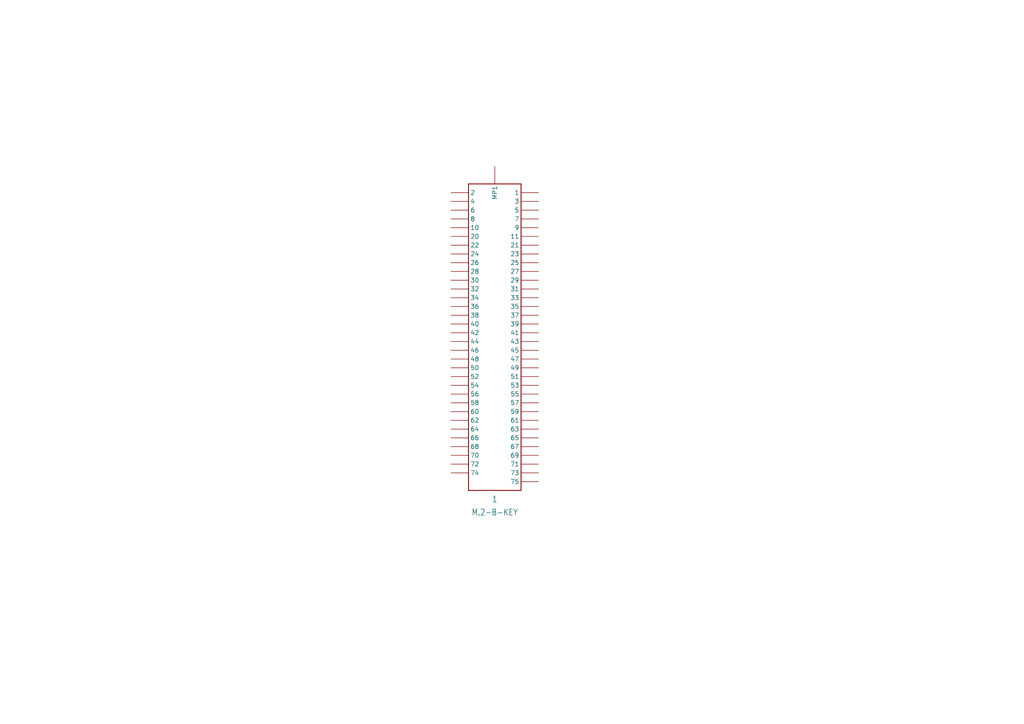
<source format=kicad_sch>
(kicad_sch (version 20250114) (generator "eeschema") (generator_version "9.0")
  (paper "A4")
  (lib_symbols
    (symbol "M.2-Templates-eagle-import:M.2-B-KEY"
      (property "Value" "M.2-B-KEY" (at 8.89 -2.54 0))
      (symbol "M.2-B-KEY_1_0"
        (polyline (pts (xy 0 0) (xy 0 88.9)) (stroke (width 0.254)))
        (polyline (pts (xy 0 0) (xy 15.24 0)) (stroke (width 0.254)))
        (polyline (pts (xy 15.24 88.9) (xy 0 88.9)) (stroke (width 0.254)))
        (polyline (pts (xy 15.24 88.9) (xy 15.24 0)) (stroke (width 0.254)))
        (pin bidirectional line (at -5.08 86.36 0) (length 5.08) (name "2") (number "P$2"))
        (pin bidirectional line (at -5.08 83.82 0) (length 5.08) (name "4") (number "P$4"))
        (pin bidirectional line (at -5.08 81.28 0) (length 5.08) (name "6") (number "P$6"))
        (pin bidirectional line (at -5.08 78.74 0) (length 5.08) (name "8") (number "P$8"))
        (pin bidirectional line (at -5.08 76.2 0) (length 5.08) (name "10") (number "P$10"))
        (pin bidirectional line (at -5.08 73.66 0) (length 5.08) (name "20") (number "P$20"))
        (pin bidirectional line (at -5.08 71.12 0) (length 5.08) (name "22") (number "P$22"))
        (pin bidirectional line (at -5.08 68.58 0) (length 5.08) (name "24") (number "P$24"))
        (pin bidirectional line (at -5.08 66.04 0) (length 5.08) (name "26") (number "P$26"))
        (pin bidirectional line (at -5.08 63.5 0) (length 5.08) (name "28") (number "P$28"))
        (pin bidirectional line (at -5.08 60.96 0) (length 5.08) (name "30") (number "P$30"))
        (pin bidirectional line (at -5.08 58.42 0) (length 5.08) (name "32") (number "P$32"))
        (pin bidirectional line (at -5.08 55.88 0) (length 5.08) (name "34") (number "P$34"))
        (pin bidirectional line (at -5.08 53.34 0) (length 5.08) (name "36") (number "P$36"))
        (pin bidirectional line (at -5.08 50.8 0) (length 5.08) (name "38") (number "P$38"))
        (pin bidirectional line (at -5.08 48.26 0) (length 5.08) (name "40") (number "P$40"))
        (pin bidirectional line (at -5.08 45.72 0) (length 5.08) (name "42") (number "P$42"))
        (pin bidirectional line (at -5.08 43.18 0) (length 5.08) (name "44") (number "P$44"))
        (pin bidirectional line (at -5.08 40.64 0) (length 5.08) (name "46") (number "P$46"))
        (pin bidirectional line (at -5.08 38.1 0) (length 5.08) (name "48") (number "P$48"))
        (pin bidirectional line (at -5.08 35.56 0) (length 5.08) (name "50") (number "P$50"))
        (pin bidirectional line (at -5.08 33.02 0) (length 5.08) (name "52") (number "P$52"))
        (pin bidirectional line (at -5.08 30.48 0) (length 5.08) (name "54") (number "P$54"))
        (pin bidirectional line (at -5.08 27.94 0) (length 5.08) (name "56") (number "P$56"))
        (pin bidirectional line (at -5.08 25.4 0) (length 5.08) (name "58") (number "P$58"))
        (pin bidirectional line (at -5.08 22.86 0) (length 5.08) (name "60") (number "P$60"))
        (pin bidirectional line (at -5.08 20.32 0) (length 5.08) (name "62") (number "P$62"))
        (pin bidirectional line (at -5.08 17.78 0) (length 5.08) (name "64") (number "P$64"))
        (pin bidirectional line (at -5.08 15.24 0) (length 5.08) (name "66") (number "P$66"))
        (pin bidirectional line (at -5.08 12.7 0) (length 5.08) (name "68") (number "P$68"))
        (pin bidirectional line (at -5.08 10.16 0) (length 5.08) (name "70") (number "P$70"))
        (pin bidirectional line (at -5.08 7.62 0) (length 5.08) (name "72") (number "P$72"))
        (pin bidirectional line (at -5.08 5.08 0) (length 5.08) (name "74") (number "P$74"))
        (pin bidirectional line (at 7.62 93.98 270) (length 5.08) (name "MP1") (number "MOUNTING-HOLE"))
        (pin bidirectional line (at 20.32 86.36 180) (length 5.08) (name "1") (number "P$1"))
        (pin bidirectional line (at 20.32 83.82 180) (length 5.08) (name "3") (number "P$3"))
        (pin bidirectional line (at 20.32 81.28 180) (length 5.08) (name "5") (number "P$5"))
        (pin bidirectional line (at 20.32 78.74 180) (length 5.08) (name "7") (number "P$7"))
        (pin bidirectional line (at 20.32 76.2 180) (length 5.08) (name "9") (number "P$9"))
        (pin bidirectional line (at 20.32 73.66 180) (length 5.08) (name "11") (number "P$11"))
        (pin bidirectional line (at 20.32 71.12 180) (length 5.08) (name "21") (number "P$21"))
        (pin bidirectional line (at 20.32 68.58 180) (length 5.08) (name "23") (number "P$23"))
        (pin bidirectional line (at 20.32 66.04 180) (length 5.08) (name "25") (number "P$25"))
        (pin bidirectional line (at 20.32 63.5 180) (length 5.08) (name "27") (number "P$27"))
        (pin bidirectional line (at 20.32 60.96 180) (length 5.08) (name "29") (number "P$29"))
        (pin bidirectional line (at 20.32 58.42 180) (length 5.08) (name "31") (number "P$31"))
        (pin bidirectional line (at 20.32 55.88 180) (length 5.08) (name "33") (number "P$33"))
        (pin bidirectional line (at 20.32 53.34 180) (length 5.08) (name "35") (number "P$35"))
        (pin bidirectional line (at 20.32 50.8 180) (length 5.08) (name "37") (number "P$37"))
        (pin bidirectional line (at 20.32 48.26 180) (length 5.08) (name "39") (number "P$39"))
        (pin bidirectional line (at 20.32 45.72 180) (length 5.08) (name "41") (number "P$41"))
        (pin bidirectional line (at 20.32 43.18 180) (length 5.08) (name "43") (number "P$43"))
        (pin bidirectional line (at 20.32 40.64 180) (length 5.08) (name "45") (number "P$45"))
        (pin bidirectional line (at 20.32 38.1 180) (length 5.08) (name "47") (number "P$47"))
        (pin bidirectional line (at 20.32 35.56 180) (length 5.08) (name "49") (number "P$49"))
        (pin bidirectional line (at 20.32 33.02 180) (length 5.08) (name "51") (number "P$51"))
        (pin bidirectional line (at 20.32 30.48 180) (length 5.08) (name "53") (number "P$53"))
        (pin bidirectional line (at 20.32 27.94 180) (length 5.08) (name "55") (number "P$55"))
        (pin bidirectional line (at 20.32 25.4 180) (length 5.08) (name "57") (number "P$57"))
        (pin bidirectional line (at 20.32 22.86 180) (length 5.08) (name "59") (number "P$59"))
        (pin bidirectional line (at 20.32 20.32 180) (length 5.08) (name "61") (number "P$61"))
        (pin bidirectional line (at 20.32 17.78 180) (length 5.08) (name "63") (number "P$63"))
        (pin bidirectional line (at 20.32 15.24 180) (length 5.08) (name "65") (number "P$65"))
        (pin bidirectional line (at 20.32 12.7 180) (length 5.08) (name "67") (number "P$67"))
        (pin bidirectional line (at 20.32 10.16 180) (length 5.08) (name "69") (number "P$69"))
        (pin bidirectional line (at 20.32 7.62 180) (length 5.08) (name "71") (number "P$71"))
        (pin bidirectional line (at 20.32 5.08 180) (length 5.08) (name "73") (number "P$73"))
        (pin bidirectional line (at 20.32 2.54 180) (length 5.08) (name "75") (number "P$75"))
      )
    )
  )
  (symbol (lib_id "M.2-Templates-eagle-import:M.2-B-KEY") (at 135.89 142.24 0) (unit 1)
    (property "Reference" "1" (at 143.51 144.78 0) (effects (font (size 1.778 1.5113))))
    (property "Value" "M.2-B-KEY" (at 143.51 148.59 0) (effects (font (size 1.778 1.5113))))
    (property "Footprint" "M.2-Templates:M.2-B-KEY" (effects (hide yes)))
  )
)
</source>
